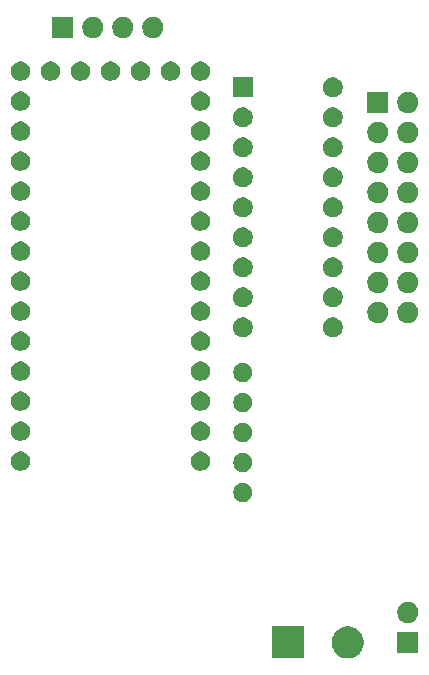
<source format=gbr>
G04 #@! TF.GenerationSoftware,KiCad,Pcbnew,(5.1.5)-3*
G04 #@! TF.CreationDate,2020-04-05T22:09:58+02:00*
G04 #@! TF.ProjectId,DrSquigglesController,44725371-7569-4676-976c-6573436f6e74,rev?*
G04 #@! TF.SameCoordinates,Original*
G04 #@! TF.FileFunction,Soldermask,Top*
G04 #@! TF.FilePolarity,Negative*
%FSLAX46Y46*%
G04 Gerber Fmt 4.6, Leading zero omitted, Abs format (unit mm)*
G04 Created by KiCad (PCBNEW (5.1.5)-3) date 2020-04-05 22:09:58*
%MOMM*%
%LPD*%
G04 APERTURE LIST*
%ADD10C,0.100000*%
G04 APERTURE END LIST*
D10*
G36*
X136284072Y-110460918D02*
G01*
X136529939Y-110562759D01*
X136751212Y-110710610D01*
X136939390Y-110898788D01*
X137087241Y-111120061D01*
X137189082Y-111365928D01*
X137241000Y-111626938D01*
X137241000Y-111893062D01*
X137189082Y-112154072D01*
X137087241Y-112399939D01*
X136939390Y-112621212D01*
X136751212Y-112809390D01*
X136529939Y-112957241D01*
X136529938Y-112957242D01*
X136529937Y-112957242D01*
X136284072Y-113059082D01*
X136023063Y-113111000D01*
X135756937Y-113111000D01*
X135495928Y-113059082D01*
X135250063Y-112957242D01*
X135250062Y-112957242D01*
X135250061Y-112957241D01*
X135028788Y-112809390D01*
X134840610Y-112621212D01*
X134692759Y-112399939D01*
X134590918Y-112154072D01*
X134539000Y-111893062D01*
X134539000Y-111626938D01*
X134590918Y-111365928D01*
X134692759Y-111120061D01*
X134840610Y-110898788D01*
X135028788Y-110710610D01*
X135250061Y-110562759D01*
X135495928Y-110460918D01*
X135756937Y-110409000D01*
X136023063Y-110409000D01*
X136284072Y-110460918D01*
G37*
G36*
X132161000Y-113111000D02*
G01*
X129459000Y-113111000D01*
X129459000Y-110409000D01*
X132161000Y-110409000D01*
X132161000Y-113111000D01*
G37*
G36*
X141871000Y-112661000D02*
G01*
X140069000Y-112661000D01*
X140069000Y-110859000D01*
X141871000Y-110859000D01*
X141871000Y-112661000D01*
G37*
G36*
X141083512Y-108323927D02*
G01*
X141232812Y-108353624D01*
X141396784Y-108421544D01*
X141544354Y-108520147D01*
X141669853Y-108645646D01*
X141768456Y-108793216D01*
X141836376Y-108957188D01*
X141871000Y-109131259D01*
X141871000Y-109308741D01*
X141836376Y-109482812D01*
X141768456Y-109646784D01*
X141669853Y-109794354D01*
X141544354Y-109919853D01*
X141396784Y-110018456D01*
X141232812Y-110086376D01*
X141083512Y-110116073D01*
X141058742Y-110121000D01*
X140881258Y-110121000D01*
X140856488Y-110116073D01*
X140707188Y-110086376D01*
X140543216Y-110018456D01*
X140395646Y-109919853D01*
X140270147Y-109794354D01*
X140171544Y-109646784D01*
X140103624Y-109482812D01*
X140069000Y-109308741D01*
X140069000Y-109131259D01*
X140103624Y-108957188D01*
X140171544Y-108793216D01*
X140270147Y-108645646D01*
X140395646Y-108520147D01*
X140543216Y-108421544D01*
X140707188Y-108353624D01*
X140856488Y-108323927D01*
X140881258Y-108319000D01*
X141058742Y-108319000D01*
X141083512Y-108323927D01*
G37*
G36*
X127237142Y-98278242D02*
G01*
X127385101Y-98339529D01*
X127518255Y-98428499D01*
X127631501Y-98541745D01*
X127720471Y-98674899D01*
X127781758Y-98822858D01*
X127813000Y-98979925D01*
X127813000Y-99140075D01*
X127781758Y-99297142D01*
X127720471Y-99445101D01*
X127631501Y-99578255D01*
X127518255Y-99691501D01*
X127385101Y-99780471D01*
X127237142Y-99841758D01*
X127080075Y-99873000D01*
X126919925Y-99873000D01*
X126762858Y-99841758D01*
X126614899Y-99780471D01*
X126481745Y-99691501D01*
X126368499Y-99578255D01*
X126279529Y-99445101D01*
X126218242Y-99297142D01*
X126187000Y-99140075D01*
X126187000Y-98979925D01*
X126218242Y-98822858D01*
X126279529Y-98674899D01*
X126368499Y-98541745D01*
X126481745Y-98428499D01*
X126614899Y-98339529D01*
X126762858Y-98278242D01*
X126919925Y-98247000D01*
X127080075Y-98247000D01*
X127237142Y-98278242D01*
G37*
G36*
X127237142Y-95738242D02*
G01*
X127385101Y-95799529D01*
X127518255Y-95888499D01*
X127631501Y-96001745D01*
X127720471Y-96134899D01*
X127781758Y-96282858D01*
X127813000Y-96439925D01*
X127813000Y-96600075D01*
X127781758Y-96757142D01*
X127720471Y-96905101D01*
X127631501Y-97038255D01*
X127518255Y-97151501D01*
X127385101Y-97240471D01*
X127237142Y-97301758D01*
X127080075Y-97333000D01*
X126919925Y-97333000D01*
X126762858Y-97301758D01*
X126614899Y-97240471D01*
X126481745Y-97151501D01*
X126368499Y-97038255D01*
X126279529Y-96905101D01*
X126218242Y-96757142D01*
X126187000Y-96600075D01*
X126187000Y-96439925D01*
X126218242Y-96282858D01*
X126279529Y-96134899D01*
X126368499Y-96001745D01*
X126481745Y-95888499D01*
X126614899Y-95799529D01*
X126762858Y-95738242D01*
X126919925Y-95707000D01*
X127080075Y-95707000D01*
X127237142Y-95738242D01*
G37*
G36*
X108414141Y-95625241D02*
G01*
X108562100Y-95686528D01*
X108695254Y-95775498D01*
X108808500Y-95888744D01*
X108897470Y-96021898D01*
X108958757Y-96169857D01*
X108989999Y-96326924D01*
X108989999Y-96487074D01*
X108958757Y-96644141D01*
X108897470Y-96792100D01*
X108808500Y-96925254D01*
X108695254Y-97038500D01*
X108562100Y-97127470D01*
X108414141Y-97188757D01*
X108257074Y-97219999D01*
X108096924Y-97219999D01*
X107939857Y-97188757D01*
X107791898Y-97127470D01*
X107658744Y-97038500D01*
X107545498Y-96925254D01*
X107456528Y-96792100D01*
X107395241Y-96644141D01*
X107363999Y-96487074D01*
X107363999Y-96326924D01*
X107395241Y-96169857D01*
X107456528Y-96021898D01*
X107545498Y-95888744D01*
X107658744Y-95775498D01*
X107791898Y-95686528D01*
X107939857Y-95625241D01*
X108096924Y-95593999D01*
X108257074Y-95593999D01*
X108414141Y-95625241D01*
G37*
G36*
X123654141Y-95625241D02*
G01*
X123802100Y-95686528D01*
X123935254Y-95775498D01*
X124048500Y-95888744D01*
X124137470Y-96021898D01*
X124198757Y-96169857D01*
X124229999Y-96326924D01*
X124229999Y-96487074D01*
X124198757Y-96644141D01*
X124137470Y-96792100D01*
X124048500Y-96925254D01*
X123935254Y-97038500D01*
X123802100Y-97127470D01*
X123654141Y-97188757D01*
X123497074Y-97219999D01*
X123336924Y-97219999D01*
X123179857Y-97188757D01*
X123031898Y-97127470D01*
X122898744Y-97038500D01*
X122785498Y-96925254D01*
X122696528Y-96792100D01*
X122635241Y-96644141D01*
X122603999Y-96487074D01*
X122603999Y-96326924D01*
X122635241Y-96169857D01*
X122696528Y-96021898D01*
X122785498Y-95888744D01*
X122898744Y-95775498D01*
X123031898Y-95686528D01*
X123179857Y-95625241D01*
X123336924Y-95593999D01*
X123497074Y-95593999D01*
X123654141Y-95625241D01*
G37*
G36*
X127237142Y-93198242D02*
G01*
X127385101Y-93259529D01*
X127518255Y-93348499D01*
X127631501Y-93461745D01*
X127720471Y-93594899D01*
X127781758Y-93742858D01*
X127813000Y-93899925D01*
X127813000Y-94060075D01*
X127781758Y-94217142D01*
X127720471Y-94365101D01*
X127631501Y-94498255D01*
X127518255Y-94611501D01*
X127385101Y-94700471D01*
X127237142Y-94761758D01*
X127080075Y-94793000D01*
X126919925Y-94793000D01*
X126762858Y-94761758D01*
X126614899Y-94700471D01*
X126481745Y-94611501D01*
X126368499Y-94498255D01*
X126279529Y-94365101D01*
X126218242Y-94217142D01*
X126187000Y-94060075D01*
X126187000Y-93899925D01*
X126218242Y-93742858D01*
X126279529Y-93594899D01*
X126368499Y-93461745D01*
X126481745Y-93348499D01*
X126614899Y-93259529D01*
X126762858Y-93198242D01*
X126919925Y-93167000D01*
X127080075Y-93167000D01*
X127237142Y-93198242D01*
G37*
G36*
X108414141Y-93085241D02*
G01*
X108562100Y-93146528D01*
X108695254Y-93235498D01*
X108808500Y-93348744D01*
X108897470Y-93481898D01*
X108958757Y-93629857D01*
X108989999Y-93786924D01*
X108989999Y-93947074D01*
X108958757Y-94104141D01*
X108897470Y-94252100D01*
X108808500Y-94385254D01*
X108695254Y-94498500D01*
X108562100Y-94587470D01*
X108414141Y-94648757D01*
X108257074Y-94679999D01*
X108096924Y-94679999D01*
X107939857Y-94648757D01*
X107791898Y-94587470D01*
X107658744Y-94498500D01*
X107545498Y-94385254D01*
X107456528Y-94252100D01*
X107395241Y-94104141D01*
X107363999Y-93947074D01*
X107363999Y-93786924D01*
X107395241Y-93629857D01*
X107456528Y-93481898D01*
X107545498Y-93348744D01*
X107658744Y-93235498D01*
X107791898Y-93146528D01*
X107939857Y-93085241D01*
X108096924Y-93053999D01*
X108257074Y-93053999D01*
X108414141Y-93085241D01*
G37*
G36*
X123654141Y-93085241D02*
G01*
X123802100Y-93146528D01*
X123935254Y-93235498D01*
X124048500Y-93348744D01*
X124137470Y-93481898D01*
X124198757Y-93629857D01*
X124229999Y-93786924D01*
X124229999Y-93947074D01*
X124198757Y-94104141D01*
X124137470Y-94252100D01*
X124048500Y-94385254D01*
X123935254Y-94498500D01*
X123802100Y-94587470D01*
X123654141Y-94648757D01*
X123497074Y-94679999D01*
X123336924Y-94679999D01*
X123179857Y-94648757D01*
X123031898Y-94587470D01*
X122898744Y-94498500D01*
X122785498Y-94385254D01*
X122696528Y-94252100D01*
X122635241Y-94104141D01*
X122603999Y-93947074D01*
X122603999Y-93786924D01*
X122635241Y-93629857D01*
X122696528Y-93481898D01*
X122785498Y-93348744D01*
X122898744Y-93235498D01*
X123031898Y-93146528D01*
X123179857Y-93085241D01*
X123336924Y-93053999D01*
X123497074Y-93053999D01*
X123654141Y-93085241D01*
G37*
G36*
X127237142Y-90658242D02*
G01*
X127385101Y-90719529D01*
X127518255Y-90808499D01*
X127631501Y-90921745D01*
X127720471Y-91054899D01*
X127781758Y-91202858D01*
X127813000Y-91359925D01*
X127813000Y-91520075D01*
X127781758Y-91677142D01*
X127720471Y-91825101D01*
X127631501Y-91958255D01*
X127518255Y-92071501D01*
X127385101Y-92160471D01*
X127237142Y-92221758D01*
X127080075Y-92253000D01*
X126919925Y-92253000D01*
X126762858Y-92221758D01*
X126614899Y-92160471D01*
X126481745Y-92071501D01*
X126368499Y-91958255D01*
X126279529Y-91825101D01*
X126218242Y-91677142D01*
X126187000Y-91520075D01*
X126187000Y-91359925D01*
X126218242Y-91202858D01*
X126279529Y-91054899D01*
X126368499Y-90921745D01*
X126481745Y-90808499D01*
X126614899Y-90719529D01*
X126762858Y-90658242D01*
X126919925Y-90627000D01*
X127080075Y-90627000D01*
X127237142Y-90658242D01*
G37*
G36*
X123654141Y-90545241D02*
G01*
X123802100Y-90606528D01*
X123935254Y-90695498D01*
X124048500Y-90808744D01*
X124137470Y-90941898D01*
X124198757Y-91089857D01*
X124229999Y-91246924D01*
X124229999Y-91407074D01*
X124198757Y-91564141D01*
X124137470Y-91712100D01*
X124048500Y-91845254D01*
X123935254Y-91958500D01*
X123802100Y-92047470D01*
X123654141Y-92108757D01*
X123497074Y-92139999D01*
X123336924Y-92139999D01*
X123179857Y-92108757D01*
X123031898Y-92047470D01*
X122898744Y-91958500D01*
X122785498Y-91845254D01*
X122696528Y-91712100D01*
X122635241Y-91564141D01*
X122603999Y-91407074D01*
X122603999Y-91246924D01*
X122635241Y-91089857D01*
X122696528Y-90941898D01*
X122785498Y-90808744D01*
X122898744Y-90695498D01*
X123031898Y-90606528D01*
X123179857Y-90545241D01*
X123336924Y-90513999D01*
X123497074Y-90513999D01*
X123654141Y-90545241D01*
G37*
G36*
X108414141Y-90545241D02*
G01*
X108562100Y-90606528D01*
X108695254Y-90695498D01*
X108808500Y-90808744D01*
X108897470Y-90941898D01*
X108958757Y-91089857D01*
X108989999Y-91246924D01*
X108989999Y-91407074D01*
X108958757Y-91564141D01*
X108897470Y-91712100D01*
X108808500Y-91845254D01*
X108695254Y-91958500D01*
X108562100Y-92047470D01*
X108414141Y-92108757D01*
X108257074Y-92139999D01*
X108096924Y-92139999D01*
X107939857Y-92108757D01*
X107791898Y-92047470D01*
X107658744Y-91958500D01*
X107545498Y-91845254D01*
X107456528Y-91712100D01*
X107395241Y-91564141D01*
X107363999Y-91407074D01*
X107363999Y-91246924D01*
X107395241Y-91089857D01*
X107456528Y-90941898D01*
X107545498Y-90808744D01*
X107658744Y-90695498D01*
X107791898Y-90606528D01*
X107939857Y-90545241D01*
X108096924Y-90513999D01*
X108257074Y-90513999D01*
X108414141Y-90545241D01*
G37*
G36*
X127237142Y-88118242D02*
G01*
X127385101Y-88179529D01*
X127518255Y-88268499D01*
X127631501Y-88381745D01*
X127720471Y-88514899D01*
X127781758Y-88662858D01*
X127813000Y-88819925D01*
X127813000Y-88980075D01*
X127781758Y-89137142D01*
X127720471Y-89285101D01*
X127631501Y-89418255D01*
X127518255Y-89531501D01*
X127385101Y-89620471D01*
X127237142Y-89681758D01*
X127080075Y-89713000D01*
X126919925Y-89713000D01*
X126762858Y-89681758D01*
X126614899Y-89620471D01*
X126481745Y-89531501D01*
X126368499Y-89418255D01*
X126279529Y-89285101D01*
X126218242Y-89137142D01*
X126187000Y-88980075D01*
X126187000Y-88819925D01*
X126218242Y-88662858D01*
X126279529Y-88514899D01*
X126368499Y-88381745D01*
X126481745Y-88268499D01*
X126614899Y-88179529D01*
X126762858Y-88118242D01*
X126919925Y-88087000D01*
X127080075Y-88087000D01*
X127237142Y-88118242D01*
G37*
G36*
X123654141Y-88005241D02*
G01*
X123802100Y-88066528D01*
X123935254Y-88155498D01*
X124048500Y-88268744D01*
X124137470Y-88401898D01*
X124198757Y-88549857D01*
X124229999Y-88706924D01*
X124229999Y-88867074D01*
X124198757Y-89024141D01*
X124137470Y-89172100D01*
X124048500Y-89305254D01*
X123935254Y-89418500D01*
X123802100Y-89507470D01*
X123654141Y-89568757D01*
X123497074Y-89599999D01*
X123336924Y-89599999D01*
X123179857Y-89568757D01*
X123031898Y-89507470D01*
X122898744Y-89418500D01*
X122785498Y-89305254D01*
X122696528Y-89172100D01*
X122635241Y-89024141D01*
X122603999Y-88867074D01*
X122603999Y-88706924D01*
X122635241Y-88549857D01*
X122696528Y-88401898D01*
X122785498Y-88268744D01*
X122898744Y-88155498D01*
X123031898Y-88066528D01*
X123179857Y-88005241D01*
X123336924Y-87973999D01*
X123497074Y-87973999D01*
X123654141Y-88005241D01*
G37*
G36*
X108414141Y-88005241D02*
G01*
X108562100Y-88066528D01*
X108695254Y-88155498D01*
X108808500Y-88268744D01*
X108897470Y-88401898D01*
X108958757Y-88549857D01*
X108989999Y-88706924D01*
X108989999Y-88867074D01*
X108958757Y-89024141D01*
X108897470Y-89172100D01*
X108808500Y-89305254D01*
X108695254Y-89418500D01*
X108562100Y-89507470D01*
X108414141Y-89568757D01*
X108257074Y-89599999D01*
X108096924Y-89599999D01*
X107939857Y-89568757D01*
X107791898Y-89507470D01*
X107658744Y-89418500D01*
X107545498Y-89305254D01*
X107456528Y-89172100D01*
X107395241Y-89024141D01*
X107363999Y-88867074D01*
X107363999Y-88706924D01*
X107395241Y-88549857D01*
X107456528Y-88401898D01*
X107545498Y-88268744D01*
X107658744Y-88155498D01*
X107791898Y-88066528D01*
X107939857Y-88005241D01*
X108096924Y-87973999D01*
X108257074Y-87973999D01*
X108414141Y-88005241D01*
G37*
G36*
X123654141Y-85465241D02*
G01*
X123802100Y-85526528D01*
X123935254Y-85615498D01*
X124048500Y-85728744D01*
X124137470Y-85861898D01*
X124198757Y-86009857D01*
X124229999Y-86166924D01*
X124229999Y-86327074D01*
X124198757Y-86484141D01*
X124137470Y-86632100D01*
X124048500Y-86765254D01*
X123935254Y-86878500D01*
X123802100Y-86967470D01*
X123654141Y-87028757D01*
X123497074Y-87059999D01*
X123336924Y-87059999D01*
X123179857Y-87028757D01*
X123031898Y-86967470D01*
X122898744Y-86878500D01*
X122785498Y-86765254D01*
X122696528Y-86632100D01*
X122635241Y-86484141D01*
X122603999Y-86327074D01*
X122603999Y-86166924D01*
X122635241Y-86009857D01*
X122696528Y-85861898D01*
X122785498Y-85728744D01*
X122898744Y-85615498D01*
X123031898Y-85526528D01*
X123179857Y-85465241D01*
X123336924Y-85433999D01*
X123497074Y-85433999D01*
X123654141Y-85465241D01*
G37*
G36*
X108414141Y-85465241D02*
G01*
X108562100Y-85526528D01*
X108695254Y-85615498D01*
X108808500Y-85728744D01*
X108897470Y-85861898D01*
X108958757Y-86009857D01*
X108989999Y-86166924D01*
X108989999Y-86327074D01*
X108958757Y-86484141D01*
X108897470Y-86632100D01*
X108808500Y-86765254D01*
X108695254Y-86878500D01*
X108562100Y-86967470D01*
X108414141Y-87028757D01*
X108257074Y-87059999D01*
X108096924Y-87059999D01*
X107939857Y-87028757D01*
X107791898Y-86967470D01*
X107658744Y-86878500D01*
X107545498Y-86765254D01*
X107456528Y-86632100D01*
X107395241Y-86484141D01*
X107363999Y-86327074D01*
X107363999Y-86166924D01*
X107395241Y-86009857D01*
X107456528Y-85861898D01*
X107545498Y-85728744D01*
X107658744Y-85615498D01*
X107791898Y-85526528D01*
X107939857Y-85465241D01*
X108096924Y-85433999D01*
X108257074Y-85433999D01*
X108414141Y-85465241D01*
G37*
G36*
X134868228Y-84271703D02*
G01*
X135023100Y-84335853D01*
X135162481Y-84428985D01*
X135281015Y-84547519D01*
X135374147Y-84686900D01*
X135438297Y-84841772D01*
X135471000Y-85006184D01*
X135471000Y-85173816D01*
X135438297Y-85338228D01*
X135374147Y-85493100D01*
X135281015Y-85632481D01*
X135162481Y-85751015D01*
X135023100Y-85844147D01*
X134868228Y-85908297D01*
X134703816Y-85941000D01*
X134536184Y-85941000D01*
X134371772Y-85908297D01*
X134216900Y-85844147D01*
X134077519Y-85751015D01*
X133958985Y-85632481D01*
X133865853Y-85493100D01*
X133801703Y-85338228D01*
X133769000Y-85173816D01*
X133769000Y-85006184D01*
X133801703Y-84841772D01*
X133865853Y-84686900D01*
X133958985Y-84547519D01*
X134077519Y-84428985D01*
X134216900Y-84335853D01*
X134371772Y-84271703D01*
X134536184Y-84239000D01*
X134703816Y-84239000D01*
X134868228Y-84271703D01*
G37*
G36*
X127248228Y-84271703D02*
G01*
X127403100Y-84335853D01*
X127542481Y-84428985D01*
X127661015Y-84547519D01*
X127754147Y-84686900D01*
X127818297Y-84841772D01*
X127851000Y-85006184D01*
X127851000Y-85173816D01*
X127818297Y-85338228D01*
X127754147Y-85493100D01*
X127661015Y-85632481D01*
X127542481Y-85751015D01*
X127403100Y-85844147D01*
X127248228Y-85908297D01*
X127083816Y-85941000D01*
X126916184Y-85941000D01*
X126751772Y-85908297D01*
X126596900Y-85844147D01*
X126457519Y-85751015D01*
X126338985Y-85632481D01*
X126245853Y-85493100D01*
X126181703Y-85338228D01*
X126149000Y-85173816D01*
X126149000Y-85006184D01*
X126181703Y-84841772D01*
X126245853Y-84686900D01*
X126338985Y-84547519D01*
X126457519Y-84428985D01*
X126596900Y-84335853D01*
X126751772Y-84271703D01*
X126916184Y-84239000D01*
X127083816Y-84239000D01*
X127248228Y-84271703D01*
G37*
G36*
X138543512Y-82923927D02*
G01*
X138692812Y-82953624D01*
X138856784Y-83021544D01*
X139004354Y-83120147D01*
X139129853Y-83245646D01*
X139228456Y-83393216D01*
X139296376Y-83557188D01*
X139331000Y-83731259D01*
X139331000Y-83908741D01*
X139296376Y-84082812D01*
X139228456Y-84246784D01*
X139129853Y-84394354D01*
X139004354Y-84519853D01*
X138856784Y-84618456D01*
X138692812Y-84686376D01*
X138543512Y-84716073D01*
X138518742Y-84721000D01*
X138341258Y-84721000D01*
X138316488Y-84716073D01*
X138167188Y-84686376D01*
X138003216Y-84618456D01*
X137855646Y-84519853D01*
X137730147Y-84394354D01*
X137631544Y-84246784D01*
X137563624Y-84082812D01*
X137529000Y-83908741D01*
X137529000Y-83731259D01*
X137563624Y-83557188D01*
X137631544Y-83393216D01*
X137730147Y-83245646D01*
X137855646Y-83120147D01*
X138003216Y-83021544D01*
X138167188Y-82953624D01*
X138316488Y-82923927D01*
X138341258Y-82919000D01*
X138518742Y-82919000D01*
X138543512Y-82923927D01*
G37*
G36*
X141083512Y-82923927D02*
G01*
X141232812Y-82953624D01*
X141396784Y-83021544D01*
X141544354Y-83120147D01*
X141669853Y-83245646D01*
X141768456Y-83393216D01*
X141836376Y-83557188D01*
X141871000Y-83731259D01*
X141871000Y-83908741D01*
X141836376Y-84082812D01*
X141768456Y-84246784D01*
X141669853Y-84394354D01*
X141544354Y-84519853D01*
X141396784Y-84618456D01*
X141232812Y-84686376D01*
X141083512Y-84716073D01*
X141058742Y-84721000D01*
X140881258Y-84721000D01*
X140856488Y-84716073D01*
X140707188Y-84686376D01*
X140543216Y-84618456D01*
X140395646Y-84519853D01*
X140270147Y-84394354D01*
X140171544Y-84246784D01*
X140103624Y-84082812D01*
X140069000Y-83908741D01*
X140069000Y-83731259D01*
X140103624Y-83557188D01*
X140171544Y-83393216D01*
X140270147Y-83245646D01*
X140395646Y-83120147D01*
X140543216Y-83021544D01*
X140707188Y-82953624D01*
X140856488Y-82923927D01*
X140881258Y-82919000D01*
X141058742Y-82919000D01*
X141083512Y-82923927D01*
G37*
G36*
X123654141Y-82925241D02*
G01*
X123802100Y-82986528D01*
X123935254Y-83075498D01*
X124048500Y-83188744D01*
X124137470Y-83321898D01*
X124198757Y-83469857D01*
X124229999Y-83626924D01*
X124229999Y-83787074D01*
X124198757Y-83944141D01*
X124137470Y-84092100D01*
X124048500Y-84225254D01*
X123935254Y-84338500D01*
X123802100Y-84427470D01*
X123654141Y-84488757D01*
X123497074Y-84519999D01*
X123336924Y-84519999D01*
X123179857Y-84488757D01*
X123031898Y-84427470D01*
X122898744Y-84338500D01*
X122785498Y-84225254D01*
X122696528Y-84092100D01*
X122635241Y-83944141D01*
X122603999Y-83787074D01*
X122603999Y-83626924D01*
X122635241Y-83469857D01*
X122696528Y-83321898D01*
X122785498Y-83188744D01*
X122898744Y-83075498D01*
X123031898Y-82986528D01*
X123179857Y-82925241D01*
X123336924Y-82893999D01*
X123497074Y-82893999D01*
X123654141Y-82925241D01*
G37*
G36*
X108414141Y-82925241D02*
G01*
X108562100Y-82986528D01*
X108695254Y-83075498D01*
X108808500Y-83188744D01*
X108897470Y-83321898D01*
X108958757Y-83469857D01*
X108989999Y-83626924D01*
X108989999Y-83787074D01*
X108958757Y-83944141D01*
X108897470Y-84092100D01*
X108808500Y-84225254D01*
X108695254Y-84338500D01*
X108562100Y-84427470D01*
X108414141Y-84488757D01*
X108257074Y-84519999D01*
X108096924Y-84519999D01*
X107939857Y-84488757D01*
X107791898Y-84427470D01*
X107658744Y-84338500D01*
X107545498Y-84225254D01*
X107456528Y-84092100D01*
X107395241Y-83944141D01*
X107363999Y-83787074D01*
X107363999Y-83626924D01*
X107395241Y-83469857D01*
X107456528Y-83321898D01*
X107545498Y-83188744D01*
X107658744Y-83075498D01*
X107791898Y-82986528D01*
X107939857Y-82925241D01*
X108096924Y-82893999D01*
X108257074Y-82893999D01*
X108414141Y-82925241D01*
G37*
G36*
X134868228Y-81731703D02*
G01*
X135023100Y-81795853D01*
X135162481Y-81888985D01*
X135281015Y-82007519D01*
X135374147Y-82146900D01*
X135438297Y-82301772D01*
X135471000Y-82466184D01*
X135471000Y-82633816D01*
X135438297Y-82798228D01*
X135374147Y-82953100D01*
X135281015Y-83092481D01*
X135162481Y-83211015D01*
X135023100Y-83304147D01*
X134868228Y-83368297D01*
X134703816Y-83401000D01*
X134536184Y-83401000D01*
X134371772Y-83368297D01*
X134216900Y-83304147D01*
X134077519Y-83211015D01*
X133958985Y-83092481D01*
X133865853Y-82953100D01*
X133801703Y-82798228D01*
X133769000Y-82633816D01*
X133769000Y-82466184D01*
X133801703Y-82301772D01*
X133865853Y-82146900D01*
X133958985Y-82007519D01*
X134077519Y-81888985D01*
X134216900Y-81795853D01*
X134371772Y-81731703D01*
X134536184Y-81699000D01*
X134703816Y-81699000D01*
X134868228Y-81731703D01*
G37*
G36*
X127248228Y-81731703D02*
G01*
X127403100Y-81795853D01*
X127542481Y-81888985D01*
X127661015Y-82007519D01*
X127754147Y-82146900D01*
X127818297Y-82301772D01*
X127851000Y-82466184D01*
X127851000Y-82633816D01*
X127818297Y-82798228D01*
X127754147Y-82953100D01*
X127661015Y-83092481D01*
X127542481Y-83211015D01*
X127403100Y-83304147D01*
X127248228Y-83368297D01*
X127083816Y-83401000D01*
X126916184Y-83401000D01*
X126751772Y-83368297D01*
X126596900Y-83304147D01*
X126457519Y-83211015D01*
X126338985Y-83092481D01*
X126245853Y-82953100D01*
X126181703Y-82798228D01*
X126149000Y-82633816D01*
X126149000Y-82466184D01*
X126181703Y-82301772D01*
X126245853Y-82146900D01*
X126338985Y-82007519D01*
X126457519Y-81888985D01*
X126596900Y-81795853D01*
X126751772Y-81731703D01*
X126916184Y-81699000D01*
X127083816Y-81699000D01*
X127248228Y-81731703D01*
G37*
G36*
X141083512Y-80383927D02*
G01*
X141232812Y-80413624D01*
X141396784Y-80481544D01*
X141544354Y-80580147D01*
X141669853Y-80705646D01*
X141768456Y-80853216D01*
X141836376Y-81017188D01*
X141871000Y-81191259D01*
X141871000Y-81368741D01*
X141836376Y-81542812D01*
X141768456Y-81706784D01*
X141669853Y-81854354D01*
X141544354Y-81979853D01*
X141396784Y-82078456D01*
X141232812Y-82146376D01*
X141083512Y-82176073D01*
X141058742Y-82181000D01*
X140881258Y-82181000D01*
X140856488Y-82176073D01*
X140707188Y-82146376D01*
X140543216Y-82078456D01*
X140395646Y-81979853D01*
X140270147Y-81854354D01*
X140171544Y-81706784D01*
X140103624Y-81542812D01*
X140069000Y-81368741D01*
X140069000Y-81191259D01*
X140103624Y-81017188D01*
X140171544Y-80853216D01*
X140270147Y-80705646D01*
X140395646Y-80580147D01*
X140543216Y-80481544D01*
X140707188Y-80413624D01*
X140856488Y-80383927D01*
X140881258Y-80379000D01*
X141058742Y-80379000D01*
X141083512Y-80383927D01*
G37*
G36*
X138543512Y-80383927D02*
G01*
X138692812Y-80413624D01*
X138856784Y-80481544D01*
X139004354Y-80580147D01*
X139129853Y-80705646D01*
X139228456Y-80853216D01*
X139296376Y-81017188D01*
X139331000Y-81191259D01*
X139331000Y-81368741D01*
X139296376Y-81542812D01*
X139228456Y-81706784D01*
X139129853Y-81854354D01*
X139004354Y-81979853D01*
X138856784Y-82078456D01*
X138692812Y-82146376D01*
X138543512Y-82176073D01*
X138518742Y-82181000D01*
X138341258Y-82181000D01*
X138316488Y-82176073D01*
X138167188Y-82146376D01*
X138003216Y-82078456D01*
X137855646Y-81979853D01*
X137730147Y-81854354D01*
X137631544Y-81706784D01*
X137563624Y-81542812D01*
X137529000Y-81368741D01*
X137529000Y-81191259D01*
X137563624Y-81017188D01*
X137631544Y-80853216D01*
X137730147Y-80705646D01*
X137855646Y-80580147D01*
X138003216Y-80481544D01*
X138167188Y-80413624D01*
X138316488Y-80383927D01*
X138341258Y-80379000D01*
X138518742Y-80379000D01*
X138543512Y-80383927D01*
G37*
G36*
X123654141Y-80385241D02*
G01*
X123802100Y-80446528D01*
X123935254Y-80535498D01*
X124048500Y-80648744D01*
X124137470Y-80781898D01*
X124198757Y-80929857D01*
X124229999Y-81086924D01*
X124229999Y-81247074D01*
X124198757Y-81404141D01*
X124137470Y-81552100D01*
X124048500Y-81685254D01*
X123935254Y-81798500D01*
X123802100Y-81887470D01*
X123654141Y-81948757D01*
X123497074Y-81979999D01*
X123336924Y-81979999D01*
X123179857Y-81948757D01*
X123031898Y-81887470D01*
X122898744Y-81798500D01*
X122785498Y-81685254D01*
X122696528Y-81552100D01*
X122635241Y-81404141D01*
X122603999Y-81247074D01*
X122603999Y-81086924D01*
X122635241Y-80929857D01*
X122696528Y-80781898D01*
X122785498Y-80648744D01*
X122898744Y-80535498D01*
X123031898Y-80446528D01*
X123179857Y-80385241D01*
X123336924Y-80353999D01*
X123497074Y-80353999D01*
X123654141Y-80385241D01*
G37*
G36*
X108414141Y-80385241D02*
G01*
X108562100Y-80446528D01*
X108695254Y-80535498D01*
X108808500Y-80648744D01*
X108897470Y-80781898D01*
X108958757Y-80929857D01*
X108989999Y-81086924D01*
X108989999Y-81247074D01*
X108958757Y-81404141D01*
X108897470Y-81552100D01*
X108808500Y-81685254D01*
X108695254Y-81798500D01*
X108562100Y-81887470D01*
X108414141Y-81948757D01*
X108257074Y-81979999D01*
X108096924Y-81979999D01*
X107939857Y-81948757D01*
X107791898Y-81887470D01*
X107658744Y-81798500D01*
X107545498Y-81685254D01*
X107456528Y-81552100D01*
X107395241Y-81404141D01*
X107363999Y-81247074D01*
X107363999Y-81086924D01*
X107395241Y-80929857D01*
X107456528Y-80781898D01*
X107545498Y-80648744D01*
X107658744Y-80535498D01*
X107791898Y-80446528D01*
X107939857Y-80385241D01*
X108096924Y-80353999D01*
X108257074Y-80353999D01*
X108414141Y-80385241D01*
G37*
G36*
X127248228Y-79191703D02*
G01*
X127403100Y-79255853D01*
X127542481Y-79348985D01*
X127661015Y-79467519D01*
X127754147Y-79606900D01*
X127818297Y-79761772D01*
X127851000Y-79926184D01*
X127851000Y-80093816D01*
X127818297Y-80258228D01*
X127754147Y-80413100D01*
X127661015Y-80552481D01*
X127542481Y-80671015D01*
X127403100Y-80764147D01*
X127248228Y-80828297D01*
X127083816Y-80861000D01*
X126916184Y-80861000D01*
X126751772Y-80828297D01*
X126596900Y-80764147D01*
X126457519Y-80671015D01*
X126338985Y-80552481D01*
X126245853Y-80413100D01*
X126181703Y-80258228D01*
X126149000Y-80093816D01*
X126149000Y-79926184D01*
X126181703Y-79761772D01*
X126245853Y-79606900D01*
X126338985Y-79467519D01*
X126457519Y-79348985D01*
X126596900Y-79255853D01*
X126751772Y-79191703D01*
X126916184Y-79159000D01*
X127083816Y-79159000D01*
X127248228Y-79191703D01*
G37*
G36*
X134868228Y-79191703D02*
G01*
X135023100Y-79255853D01*
X135162481Y-79348985D01*
X135281015Y-79467519D01*
X135374147Y-79606900D01*
X135438297Y-79761772D01*
X135471000Y-79926184D01*
X135471000Y-80093816D01*
X135438297Y-80258228D01*
X135374147Y-80413100D01*
X135281015Y-80552481D01*
X135162481Y-80671015D01*
X135023100Y-80764147D01*
X134868228Y-80828297D01*
X134703816Y-80861000D01*
X134536184Y-80861000D01*
X134371772Y-80828297D01*
X134216900Y-80764147D01*
X134077519Y-80671015D01*
X133958985Y-80552481D01*
X133865853Y-80413100D01*
X133801703Y-80258228D01*
X133769000Y-80093816D01*
X133769000Y-79926184D01*
X133801703Y-79761772D01*
X133865853Y-79606900D01*
X133958985Y-79467519D01*
X134077519Y-79348985D01*
X134216900Y-79255853D01*
X134371772Y-79191703D01*
X134536184Y-79159000D01*
X134703816Y-79159000D01*
X134868228Y-79191703D01*
G37*
G36*
X141083512Y-77843927D02*
G01*
X141232812Y-77873624D01*
X141396784Y-77941544D01*
X141544354Y-78040147D01*
X141669853Y-78165646D01*
X141768456Y-78313216D01*
X141836376Y-78477188D01*
X141871000Y-78651259D01*
X141871000Y-78828741D01*
X141836376Y-79002812D01*
X141768456Y-79166784D01*
X141669853Y-79314354D01*
X141544354Y-79439853D01*
X141396784Y-79538456D01*
X141232812Y-79606376D01*
X141083512Y-79636073D01*
X141058742Y-79641000D01*
X140881258Y-79641000D01*
X140856488Y-79636073D01*
X140707188Y-79606376D01*
X140543216Y-79538456D01*
X140395646Y-79439853D01*
X140270147Y-79314354D01*
X140171544Y-79166784D01*
X140103624Y-79002812D01*
X140069000Y-78828741D01*
X140069000Y-78651259D01*
X140103624Y-78477188D01*
X140171544Y-78313216D01*
X140270147Y-78165646D01*
X140395646Y-78040147D01*
X140543216Y-77941544D01*
X140707188Y-77873624D01*
X140856488Y-77843927D01*
X140881258Y-77839000D01*
X141058742Y-77839000D01*
X141083512Y-77843927D01*
G37*
G36*
X138543512Y-77843927D02*
G01*
X138692812Y-77873624D01*
X138856784Y-77941544D01*
X139004354Y-78040147D01*
X139129853Y-78165646D01*
X139228456Y-78313216D01*
X139296376Y-78477188D01*
X139331000Y-78651259D01*
X139331000Y-78828741D01*
X139296376Y-79002812D01*
X139228456Y-79166784D01*
X139129853Y-79314354D01*
X139004354Y-79439853D01*
X138856784Y-79538456D01*
X138692812Y-79606376D01*
X138543512Y-79636073D01*
X138518742Y-79641000D01*
X138341258Y-79641000D01*
X138316488Y-79636073D01*
X138167188Y-79606376D01*
X138003216Y-79538456D01*
X137855646Y-79439853D01*
X137730147Y-79314354D01*
X137631544Y-79166784D01*
X137563624Y-79002812D01*
X137529000Y-78828741D01*
X137529000Y-78651259D01*
X137563624Y-78477188D01*
X137631544Y-78313216D01*
X137730147Y-78165646D01*
X137855646Y-78040147D01*
X138003216Y-77941544D01*
X138167188Y-77873624D01*
X138316488Y-77843927D01*
X138341258Y-77839000D01*
X138518742Y-77839000D01*
X138543512Y-77843927D01*
G37*
G36*
X123654141Y-77845241D02*
G01*
X123802100Y-77906528D01*
X123935254Y-77995498D01*
X124048500Y-78108744D01*
X124137470Y-78241898D01*
X124198757Y-78389857D01*
X124229999Y-78546924D01*
X124229999Y-78707074D01*
X124198757Y-78864141D01*
X124137470Y-79012100D01*
X124048500Y-79145254D01*
X123935254Y-79258500D01*
X123802100Y-79347470D01*
X123654141Y-79408757D01*
X123497074Y-79439999D01*
X123336924Y-79439999D01*
X123179857Y-79408757D01*
X123031898Y-79347470D01*
X122898744Y-79258500D01*
X122785498Y-79145254D01*
X122696528Y-79012100D01*
X122635241Y-78864141D01*
X122603999Y-78707074D01*
X122603999Y-78546924D01*
X122635241Y-78389857D01*
X122696528Y-78241898D01*
X122785498Y-78108744D01*
X122898744Y-77995498D01*
X123031898Y-77906528D01*
X123179857Y-77845241D01*
X123336924Y-77813999D01*
X123497074Y-77813999D01*
X123654141Y-77845241D01*
G37*
G36*
X108414141Y-77845241D02*
G01*
X108562100Y-77906528D01*
X108695254Y-77995498D01*
X108808500Y-78108744D01*
X108897470Y-78241898D01*
X108958757Y-78389857D01*
X108989999Y-78546924D01*
X108989999Y-78707074D01*
X108958757Y-78864141D01*
X108897470Y-79012100D01*
X108808500Y-79145254D01*
X108695254Y-79258500D01*
X108562100Y-79347470D01*
X108414141Y-79408757D01*
X108257074Y-79439999D01*
X108096924Y-79439999D01*
X107939857Y-79408757D01*
X107791898Y-79347470D01*
X107658744Y-79258500D01*
X107545498Y-79145254D01*
X107456528Y-79012100D01*
X107395241Y-78864141D01*
X107363999Y-78707074D01*
X107363999Y-78546924D01*
X107395241Y-78389857D01*
X107456528Y-78241898D01*
X107545498Y-78108744D01*
X107658744Y-77995498D01*
X107791898Y-77906528D01*
X107939857Y-77845241D01*
X108096924Y-77813999D01*
X108257074Y-77813999D01*
X108414141Y-77845241D01*
G37*
G36*
X134868228Y-76651703D02*
G01*
X135023100Y-76715853D01*
X135162481Y-76808985D01*
X135281015Y-76927519D01*
X135374147Y-77066900D01*
X135438297Y-77221772D01*
X135471000Y-77386184D01*
X135471000Y-77553816D01*
X135438297Y-77718228D01*
X135374147Y-77873100D01*
X135281015Y-78012481D01*
X135162481Y-78131015D01*
X135023100Y-78224147D01*
X134868228Y-78288297D01*
X134703816Y-78321000D01*
X134536184Y-78321000D01*
X134371772Y-78288297D01*
X134216900Y-78224147D01*
X134077519Y-78131015D01*
X133958985Y-78012481D01*
X133865853Y-77873100D01*
X133801703Y-77718228D01*
X133769000Y-77553816D01*
X133769000Y-77386184D01*
X133801703Y-77221772D01*
X133865853Y-77066900D01*
X133958985Y-76927519D01*
X134077519Y-76808985D01*
X134216900Y-76715853D01*
X134371772Y-76651703D01*
X134536184Y-76619000D01*
X134703816Y-76619000D01*
X134868228Y-76651703D01*
G37*
G36*
X127248228Y-76651703D02*
G01*
X127403100Y-76715853D01*
X127542481Y-76808985D01*
X127661015Y-76927519D01*
X127754147Y-77066900D01*
X127818297Y-77221772D01*
X127851000Y-77386184D01*
X127851000Y-77553816D01*
X127818297Y-77718228D01*
X127754147Y-77873100D01*
X127661015Y-78012481D01*
X127542481Y-78131015D01*
X127403100Y-78224147D01*
X127248228Y-78288297D01*
X127083816Y-78321000D01*
X126916184Y-78321000D01*
X126751772Y-78288297D01*
X126596900Y-78224147D01*
X126457519Y-78131015D01*
X126338985Y-78012481D01*
X126245853Y-77873100D01*
X126181703Y-77718228D01*
X126149000Y-77553816D01*
X126149000Y-77386184D01*
X126181703Y-77221772D01*
X126245853Y-77066900D01*
X126338985Y-76927519D01*
X126457519Y-76808985D01*
X126596900Y-76715853D01*
X126751772Y-76651703D01*
X126916184Y-76619000D01*
X127083816Y-76619000D01*
X127248228Y-76651703D01*
G37*
G36*
X141083512Y-75303927D02*
G01*
X141232812Y-75333624D01*
X141396784Y-75401544D01*
X141544354Y-75500147D01*
X141669853Y-75625646D01*
X141768456Y-75773216D01*
X141836376Y-75937188D01*
X141871000Y-76111259D01*
X141871000Y-76288741D01*
X141836376Y-76462812D01*
X141768456Y-76626784D01*
X141669853Y-76774354D01*
X141544354Y-76899853D01*
X141396784Y-76998456D01*
X141232812Y-77066376D01*
X141083512Y-77096073D01*
X141058742Y-77101000D01*
X140881258Y-77101000D01*
X140856488Y-77096073D01*
X140707188Y-77066376D01*
X140543216Y-76998456D01*
X140395646Y-76899853D01*
X140270147Y-76774354D01*
X140171544Y-76626784D01*
X140103624Y-76462812D01*
X140069000Y-76288741D01*
X140069000Y-76111259D01*
X140103624Y-75937188D01*
X140171544Y-75773216D01*
X140270147Y-75625646D01*
X140395646Y-75500147D01*
X140543216Y-75401544D01*
X140707188Y-75333624D01*
X140856488Y-75303927D01*
X140881258Y-75299000D01*
X141058742Y-75299000D01*
X141083512Y-75303927D01*
G37*
G36*
X138543512Y-75303927D02*
G01*
X138692812Y-75333624D01*
X138856784Y-75401544D01*
X139004354Y-75500147D01*
X139129853Y-75625646D01*
X139228456Y-75773216D01*
X139296376Y-75937188D01*
X139331000Y-76111259D01*
X139331000Y-76288741D01*
X139296376Y-76462812D01*
X139228456Y-76626784D01*
X139129853Y-76774354D01*
X139004354Y-76899853D01*
X138856784Y-76998456D01*
X138692812Y-77066376D01*
X138543512Y-77096073D01*
X138518742Y-77101000D01*
X138341258Y-77101000D01*
X138316488Y-77096073D01*
X138167188Y-77066376D01*
X138003216Y-76998456D01*
X137855646Y-76899853D01*
X137730147Y-76774354D01*
X137631544Y-76626784D01*
X137563624Y-76462812D01*
X137529000Y-76288741D01*
X137529000Y-76111259D01*
X137563624Y-75937188D01*
X137631544Y-75773216D01*
X137730147Y-75625646D01*
X137855646Y-75500147D01*
X138003216Y-75401544D01*
X138167188Y-75333624D01*
X138316488Y-75303927D01*
X138341258Y-75299000D01*
X138518742Y-75299000D01*
X138543512Y-75303927D01*
G37*
G36*
X108414141Y-75305241D02*
G01*
X108562100Y-75366528D01*
X108695254Y-75455498D01*
X108808500Y-75568744D01*
X108897470Y-75701898D01*
X108958757Y-75849857D01*
X108989999Y-76006924D01*
X108989999Y-76167074D01*
X108958757Y-76324141D01*
X108897470Y-76472100D01*
X108808500Y-76605254D01*
X108695254Y-76718500D01*
X108562100Y-76807470D01*
X108414141Y-76868757D01*
X108257074Y-76899999D01*
X108096924Y-76899999D01*
X107939857Y-76868757D01*
X107791898Y-76807470D01*
X107658744Y-76718500D01*
X107545498Y-76605254D01*
X107456528Y-76472100D01*
X107395241Y-76324141D01*
X107363999Y-76167074D01*
X107363999Y-76006924D01*
X107395241Y-75849857D01*
X107456528Y-75701898D01*
X107545498Y-75568744D01*
X107658744Y-75455498D01*
X107791898Y-75366528D01*
X107939857Y-75305241D01*
X108096924Y-75273999D01*
X108257074Y-75273999D01*
X108414141Y-75305241D01*
G37*
G36*
X123654141Y-75305241D02*
G01*
X123802100Y-75366528D01*
X123935254Y-75455498D01*
X124048500Y-75568744D01*
X124137470Y-75701898D01*
X124198757Y-75849857D01*
X124229999Y-76006924D01*
X124229999Y-76167074D01*
X124198757Y-76324141D01*
X124137470Y-76472100D01*
X124048500Y-76605254D01*
X123935254Y-76718500D01*
X123802100Y-76807470D01*
X123654141Y-76868757D01*
X123497074Y-76899999D01*
X123336924Y-76899999D01*
X123179857Y-76868757D01*
X123031898Y-76807470D01*
X122898744Y-76718500D01*
X122785498Y-76605254D01*
X122696528Y-76472100D01*
X122635241Y-76324141D01*
X122603999Y-76167074D01*
X122603999Y-76006924D01*
X122635241Y-75849857D01*
X122696528Y-75701898D01*
X122785498Y-75568744D01*
X122898744Y-75455498D01*
X123031898Y-75366528D01*
X123179857Y-75305241D01*
X123336924Y-75273999D01*
X123497074Y-75273999D01*
X123654141Y-75305241D01*
G37*
G36*
X134868228Y-74111703D02*
G01*
X135023100Y-74175853D01*
X135162481Y-74268985D01*
X135281015Y-74387519D01*
X135374147Y-74526900D01*
X135438297Y-74681772D01*
X135471000Y-74846184D01*
X135471000Y-75013816D01*
X135438297Y-75178228D01*
X135374147Y-75333100D01*
X135281015Y-75472481D01*
X135162481Y-75591015D01*
X135023100Y-75684147D01*
X134868228Y-75748297D01*
X134703816Y-75781000D01*
X134536184Y-75781000D01*
X134371772Y-75748297D01*
X134216900Y-75684147D01*
X134077519Y-75591015D01*
X133958985Y-75472481D01*
X133865853Y-75333100D01*
X133801703Y-75178228D01*
X133769000Y-75013816D01*
X133769000Y-74846184D01*
X133801703Y-74681772D01*
X133865853Y-74526900D01*
X133958985Y-74387519D01*
X134077519Y-74268985D01*
X134216900Y-74175853D01*
X134371772Y-74111703D01*
X134536184Y-74079000D01*
X134703816Y-74079000D01*
X134868228Y-74111703D01*
G37*
G36*
X127248228Y-74111703D02*
G01*
X127403100Y-74175853D01*
X127542481Y-74268985D01*
X127661015Y-74387519D01*
X127754147Y-74526900D01*
X127818297Y-74681772D01*
X127851000Y-74846184D01*
X127851000Y-75013816D01*
X127818297Y-75178228D01*
X127754147Y-75333100D01*
X127661015Y-75472481D01*
X127542481Y-75591015D01*
X127403100Y-75684147D01*
X127248228Y-75748297D01*
X127083816Y-75781000D01*
X126916184Y-75781000D01*
X126751772Y-75748297D01*
X126596900Y-75684147D01*
X126457519Y-75591015D01*
X126338985Y-75472481D01*
X126245853Y-75333100D01*
X126181703Y-75178228D01*
X126149000Y-75013816D01*
X126149000Y-74846184D01*
X126181703Y-74681772D01*
X126245853Y-74526900D01*
X126338985Y-74387519D01*
X126457519Y-74268985D01*
X126596900Y-74175853D01*
X126751772Y-74111703D01*
X126916184Y-74079000D01*
X127083816Y-74079000D01*
X127248228Y-74111703D01*
G37*
G36*
X141083512Y-72763927D02*
G01*
X141232812Y-72793624D01*
X141396784Y-72861544D01*
X141544354Y-72960147D01*
X141669853Y-73085646D01*
X141768456Y-73233216D01*
X141836376Y-73397188D01*
X141871000Y-73571259D01*
X141871000Y-73748741D01*
X141836376Y-73922812D01*
X141768456Y-74086784D01*
X141669853Y-74234354D01*
X141544354Y-74359853D01*
X141396784Y-74458456D01*
X141232812Y-74526376D01*
X141083512Y-74556073D01*
X141058742Y-74561000D01*
X140881258Y-74561000D01*
X140856488Y-74556073D01*
X140707188Y-74526376D01*
X140543216Y-74458456D01*
X140395646Y-74359853D01*
X140270147Y-74234354D01*
X140171544Y-74086784D01*
X140103624Y-73922812D01*
X140069000Y-73748741D01*
X140069000Y-73571259D01*
X140103624Y-73397188D01*
X140171544Y-73233216D01*
X140270147Y-73085646D01*
X140395646Y-72960147D01*
X140543216Y-72861544D01*
X140707188Y-72793624D01*
X140856488Y-72763927D01*
X140881258Y-72759000D01*
X141058742Y-72759000D01*
X141083512Y-72763927D01*
G37*
G36*
X138543512Y-72763927D02*
G01*
X138692812Y-72793624D01*
X138856784Y-72861544D01*
X139004354Y-72960147D01*
X139129853Y-73085646D01*
X139228456Y-73233216D01*
X139296376Y-73397188D01*
X139331000Y-73571259D01*
X139331000Y-73748741D01*
X139296376Y-73922812D01*
X139228456Y-74086784D01*
X139129853Y-74234354D01*
X139004354Y-74359853D01*
X138856784Y-74458456D01*
X138692812Y-74526376D01*
X138543512Y-74556073D01*
X138518742Y-74561000D01*
X138341258Y-74561000D01*
X138316488Y-74556073D01*
X138167188Y-74526376D01*
X138003216Y-74458456D01*
X137855646Y-74359853D01*
X137730147Y-74234354D01*
X137631544Y-74086784D01*
X137563624Y-73922812D01*
X137529000Y-73748741D01*
X137529000Y-73571259D01*
X137563624Y-73397188D01*
X137631544Y-73233216D01*
X137730147Y-73085646D01*
X137855646Y-72960147D01*
X138003216Y-72861544D01*
X138167188Y-72793624D01*
X138316488Y-72763927D01*
X138341258Y-72759000D01*
X138518742Y-72759000D01*
X138543512Y-72763927D01*
G37*
G36*
X108414141Y-72765241D02*
G01*
X108562100Y-72826528D01*
X108695254Y-72915498D01*
X108808500Y-73028744D01*
X108897470Y-73161898D01*
X108958757Y-73309857D01*
X108989999Y-73466924D01*
X108989999Y-73627074D01*
X108958757Y-73784141D01*
X108897470Y-73932100D01*
X108808500Y-74065254D01*
X108695254Y-74178500D01*
X108562100Y-74267470D01*
X108414141Y-74328757D01*
X108257074Y-74359999D01*
X108096924Y-74359999D01*
X107939857Y-74328757D01*
X107791898Y-74267470D01*
X107658744Y-74178500D01*
X107545498Y-74065254D01*
X107456528Y-73932100D01*
X107395241Y-73784141D01*
X107363999Y-73627074D01*
X107363999Y-73466924D01*
X107395241Y-73309857D01*
X107456528Y-73161898D01*
X107545498Y-73028744D01*
X107658744Y-72915498D01*
X107791898Y-72826528D01*
X107939857Y-72765241D01*
X108096924Y-72733999D01*
X108257074Y-72733999D01*
X108414141Y-72765241D01*
G37*
G36*
X123654141Y-72765241D02*
G01*
X123802100Y-72826528D01*
X123935254Y-72915498D01*
X124048500Y-73028744D01*
X124137470Y-73161898D01*
X124198757Y-73309857D01*
X124229999Y-73466924D01*
X124229999Y-73627074D01*
X124198757Y-73784141D01*
X124137470Y-73932100D01*
X124048500Y-74065254D01*
X123935254Y-74178500D01*
X123802100Y-74267470D01*
X123654141Y-74328757D01*
X123497074Y-74359999D01*
X123336924Y-74359999D01*
X123179857Y-74328757D01*
X123031898Y-74267470D01*
X122898744Y-74178500D01*
X122785498Y-74065254D01*
X122696528Y-73932100D01*
X122635241Y-73784141D01*
X122603999Y-73627074D01*
X122603999Y-73466924D01*
X122635241Y-73309857D01*
X122696528Y-73161898D01*
X122785498Y-73028744D01*
X122898744Y-72915498D01*
X123031898Y-72826528D01*
X123179857Y-72765241D01*
X123336924Y-72733999D01*
X123497074Y-72733999D01*
X123654141Y-72765241D01*
G37*
G36*
X127248228Y-71571703D02*
G01*
X127403100Y-71635853D01*
X127542481Y-71728985D01*
X127661015Y-71847519D01*
X127754147Y-71986900D01*
X127818297Y-72141772D01*
X127851000Y-72306184D01*
X127851000Y-72473816D01*
X127818297Y-72638228D01*
X127754147Y-72793100D01*
X127661015Y-72932481D01*
X127542481Y-73051015D01*
X127403100Y-73144147D01*
X127248228Y-73208297D01*
X127083816Y-73241000D01*
X126916184Y-73241000D01*
X126751772Y-73208297D01*
X126596900Y-73144147D01*
X126457519Y-73051015D01*
X126338985Y-72932481D01*
X126245853Y-72793100D01*
X126181703Y-72638228D01*
X126149000Y-72473816D01*
X126149000Y-72306184D01*
X126181703Y-72141772D01*
X126245853Y-71986900D01*
X126338985Y-71847519D01*
X126457519Y-71728985D01*
X126596900Y-71635853D01*
X126751772Y-71571703D01*
X126916184Y-71539000D01*
X127083816Y-71539000D01*
X127248228Y-71571703D01*
G37*
G36*
X134868228Y-71571703D02*
G01*
X135023100Y-71635853D01*
X135162481Y-71728985D01*
X135281015Y-71847519D01*
X135374147Y-71986900D01*
X135438297Y-72141772D01*
X135471000Y-72306184D01*
X135471000Y-72473816D01*
X135438297Y-72638228D01*
X135374147Y-72793100D01*
X135281015Y-72932481D01*
X135162481Y-73051015D01*
X135023100Y-73144147D01*
X134868228Y-73208297D01*
X134703816Y-73241000D01*
X134536184Y-73241000D01*
X134371772Y-73208297D01*
X134216900Y-73144147D01*
X134077519Y-73051015D01*
X133958985Y-72932481D01*
X133865853Y-72793100D01*
X133801703Y-72638228D01*
X133769000Y-72473816D01*
X133769000Y-72306184D01*
X133801703Y-72141772D01*
X133865853Y-71986900D01*
X133958985Y-71847519D01*
X134077519Y-71728985D01*
X134216900Y-71635853D01*
X134371772Y-71571703D01*
X134536184Y-71539000D01*
X134703816Y-71539000D01*
X134868228Y-71571703D01*
G37*
G36*
X141083512Y-70223927D02*
G01*
X141232812Y-70253624D01*
X141396784Y-70321544D01*
X141544354Y-70420147D01*
X141669853Y-70545646D01*
X141768456Y-70693216D01*
X141836376Y-70857188D01*
X141871000Y-71031259D01*
X141871000Y-71208741D01*
X141836376Y-71382812D01*
X141768456Y-71546784D01*
X141669853Y-71694354D01*
X141544354Y-71819853D01*
X141396784Y-71918456D01*
X141232812Y-71986376D01*
X141083512Y-72016073D01*
X141058742Y-72021000D01*
X140881258Y-72021000D01*
X140856488Y-72016073D01*
X140707188Y-71986376D01*
X140543216Y-71918456D01*
X140395646Y-71819853D01*
X140270147Y-71694354D01*
X140171544Y-71546784D01*
X140103624Y-71382812D01*
X140069000Y-71208741D01*
X140069000Y-71031259D01*
X140103624Y-70857188D01*
X140171544Y-70693216D01*
X140270147Y-70545646D01*
X140395646Y-70420147D01*
X140543216Y-70321544D01*
X140707188Y-70253624D01*
X140856488Y-70223927D01*
X140881258Y-70219000D01*
X141058742Y-70219000D01*
X141083512Y-70223927D01*
G37*
G36*
X138543512Y-70223927D02*
G01*
X138692812Y-70253624D01*
X138856784Y-70321544D01*
X139004354Y-70420147D01*
X139129853Y-70545646D01*
X139228456Y-70693216D01*
X139296376Y-70857188D01*
X139331000Y-71031259D01*
X139331000Y-71208741D01*
X139296376Y-71382812D01*
X139228456Y-71546784D01*
X139129853Y-71694354D01*
X139004354Y-71819853D01*
X138856784Y-71918456D01*
X138692812Y-71986376D01*
X138543512Y-72016073D01*
X138518742Y-72021000D01*
X138341258Y-72021000D01*
X138316488Y-72016073D01*
X138167188Y-71986376D01*
X138003216Y-71918456D01*
X137855646Y-71819853D01*
X137730147Y-71694354D01*
X137631544Y-71546784D01*
X137563624Y-71382812D01*
X137529000Y-71208741D01*
X137529000Y-71031259D01*
X137563624Y-70857188D01*
X137631544Y-70693216D01*
X137730147Y-70545646D01*
X137855646Y-70420147D01*
X138003216Y-70321544D01*
X138167188Y-70253624D01*
X138316488Y-70223927D01*
X138341258Y-70219000D01*
X138518742Y-70219000D01*
X138543512Y-70223927D01*
G37*
G36*
X123654141Y-70225241D02*
G01*
X123802100Y-70286528D01*
X123935254Y-70375498D01*
X124048500Y-70488744D01*
X124137470Y-70621898D01*
X124198757Y-70769857D01*
X124229999Y-70926924D01*
X124229999Y-71087074D01*
X124198757Y-71244141D01*
X124137470Y-71392100D01*
X124048500Y-71525254D01*
X123935254Y-71638500D01*
X123802100Y-71727470D01*
X123654141Y-71788757D01*
X123497074Y-71819999D01*
X123336924Y-71819999D01*
X123179857Y-71788757D01*
X123031898Y-71727470D01*
X122898744Y-71638500D01*
X122785498Y-71525254D01*
X122696528Y-71392100D01*
X122635241Y-71244141D01*
X122603999Y-71087074D01*
X122603999Y-70926924D01*
X122635241Y-70769857D01*
X122696528Y-70621898D01*
X122785498Y-70488744D01*
X122898744Y-70375498D01*
X123031898Y-70286528D01*
X123179857Y-70225241D01*
X123336924Y-70193999D01*
X123497074Y-70193999D01*
X123654141Y-70225241D01*
G37*
G36*
X108414141Y-70225241D02*
G01*
X108562100Y-70286528D01*
X108695254Y-70375498D01*
X108808500Y-70488744D01*
X108897470Y-70621898D01*
X108958757Y-70769857D01*
X108989999Y-70926924D01*
X108989999Y-71087074D01*
X108958757Y-71244141D01*
X108897470Y-71392100D01*
X108808500Y-71525254D01*
X108695254Y-71638500D01*
X108562100Y-71727470D01*
X108414141Y-71788757D01*
X108257074Y-71819999D01*
X108096924Y-71819999D01*
X107939857Y-71788757D01*
X107791898Y-71727470D01*
X107658744Y-71638500D01*
X107545498Y-71525254D01*
X107456528Y-71392100D01*
X107395241Y-71244141D01*
X107363999Y-71087074D01*
X107363999Y-70926924D01*
X107395241Y-70769857D01*
X107456528Y-70621898D01*
X107545498Y-70488744D01*
X107658744Y-70375498D01*
X107791898Y-70286528D01*
X107939857Y-70225241D01*
X108096924Y-70193999D01*
X108257074Y-70193999D01*
X108414141Y-70225241D01*
G37*
G36*
X134868228Y-69031703D02*
G01*
X135023100Y-69095853D01*
X135162481Y-69188985D01*
X135281015Y-69307519D01*
X135374147Y-69446900D01*
X135438297Y-69601772D01*
X135471000Y-69766184D01*
X135471000Y-69933816D01*
X135438297Y-70098228D01*
X135374147Y-70253100D01*
X135281015Y-70392481D01*
X135162481Y-70511015D01*
X135023100Y-70604147D01*
X134868228Y-70668297D01*
X134703816Y-70701000D01*
X134536184Y-70701000D01*
X134371772Y-70668297D01*
X134216900Y-70604147D01*
X134077519Y-70511015D01*
X133958985Y-70392481D01*
X133865853Y-70253100D01*
X133801703Y-70098228D01*
X133769000Y-69933816D01*
X133769000Y-69766184D01*
X133801703Y-69601772D01*
X133865853Y-69446900D01*
X133958985Y-69307519D01*
X134077519Y-69188985D01*
X134216900Y-69095853D01*
X134371772Y-69031703D01*
X134536184Y-68999000D01*
X134703816Y-68999000D01*
X134868228Y-69031703D01*
G37*
G36*
X127248228Y-69031703D02*
G01*
X127403100Y-69095853D01*
X127542481Y-69188985D01*
X127661015Y-69307519D01*
X127754147Y-69446900D01*
X127818297Y-69601772D01*
X127851000Y-69766184D01*
X127851000Y-69933816D01*
X127818297Y-70098228D01*
X127754147Y-70253100D01*
X127661015Y-70392481D01*
X127542481Y-70511015D01*
X127403100Y-70604147D01*
X127248228Y-70668297D01*
X127083816Y-70701000D01*
X126916184Y-70701000D01*
X126751772Y-70668297D01*
X126596900Y-70604147D01*
X126457519Y-70511015D01*
X126338985Y-70392481D01*
X126245853Y-70253100D01*
X126181703Y-70098228D01*
X126149000Y-69933816D01*
X126149000Y-69766184D01*
X126181703Y-69601772D01*
X126245853Y-69446900D01*
X126338985Y-69307519D01*
X126457519Y-69188985D01*
X126596900Y-69095853D01*
X126751772Y-69031703D01*
X126916184Y-68999000D01*
X127083816Y-68999000D01*
X127248228Y-69031703D01*
G37*
G36*
X141083512Y-67683927D02*
G01*
X141232812Y-67713624D01*
X141396784Y-67781544D01*
X141544354Y-67880147D01*
X141669853Y-68005646D01*
X141768456Y-68153216D01*
X141836376Y-68317188D01*
X141871000Y-68491259D01*
X141871000Y-68668741D01*
X141836376Y-68842812D01*
X141768456Y-69006784D01*
X141669853Y-69154354D01*
X141544354Y-69279853D01*
X141396784Y-69378456D01*
X141232812Y-69446376D01*
X141083512Y-69476073D01*
X141058742Y-69481000D01*
X140881258Y-69481000D01*
X140856488Y-69476073D01*
X140707188Y-69446376D01*
X140543216Y-69378456D01*
X140395646Y-69279853D01*
X140270147Y-69154354D01*
X140171544Y-69006784D01*
X140103624Y-68842812D01*
X140069000Y-68668741D01*
X140069000Y-68491259D01*
X140103624Y-68317188D01*
X140171544Y-68153216D01*
X140270147Y-68005646D01*
X140395646Y-67880147D01*
X140543216Y-67781544D01*
X140707188Y-67713624D01*
X140856488Y-67683927D01*
X140881258Y-67679000D01*
X141058742Y-67679000D01*
X141083512Y-67683927D01*
G37*
G36*
X138543512Y-67683927D02*
G01*
X138692812Y-67713624D01*
X138856784Y-67781544D01*
X139004354Y-67880147D01*
X139129853Y-68005646D01*
X139228456Y-68153216D01*
X139296376Y-68317188D01*
X139331000Y-68491259D01*
X139331000Y-68668741D01*
X139296376Y-68842812D01*
X139228456Y-69006784D01*
X139129853Y-69154354D01*
X139004354Y-69279853D01*
X138856784Y-69378456D01*
X138692812Y-69446376D01*
X138543512Y-69476073D01*
X138518742Y-69481000D01*
X138341258Y-69481000D01*
X138316488Y-69476073D01*
X138167188Y-69446376D01*
X138003216Y-69378456D01*
X137855646Y-69279853D01*
X137730147Y-69154354D01*
X137631544Y-69006784D01*
X137563624Y-68842812D01*
X137529000Y-68668741D01*
X137529000Y-68491259D01*
X137563624Y-68317188D01*
X137631544Y-68153216D01*
X137730147Y-68005646D01*
X137855646Y-67880147D01*
X138003216Y-67781544D01*
X138167188Y-67713624D01*
X138316488Y-67683927D01*
X138341258Y-67679000D01*
X138518742Y-67679000D01*
X138543512Y-67683927D01*
G37*
G36*
X108414141Y-67685241D02*
G01*
X108562100Y-67746528D01*
X108695254Y-67835498D01*
X108808500Y-67948744D01*
X108897470Y-68081898D01*
X108958757Y-68229857D01*
X108989999Y-68386924D01*
X108989999Y-68547074D01*
X108958757Y-68704141D01*
X108897470Y-68852100D01*
X108808500Y-68985254D01*
X108695254Y-69098500D01*
X108562100Y-69187470D01*
X108414141Y-69248757D01*
X108257074Y-69279999D01*
X108096924Y-69279999D01*
X107939857Y-69248757D01*
X107791898Y-69187470D01*
X107658744Y-69098500D01*
X107545498Y-68985254D01*
X107456528Y-68852100D01*
X107395241Y-68704141D01*
X107363999Y-68547074D01*
X107363999Y-68386924D01*
X107395241Y-68229857D01*
X107456528Y-68081898D01*
X107545498Y-67948744D01*
X107658744Y-67835498D01*
X107791898Y-67746528D01*
X107939857Y-67685241D01*
X108096924Y-67653999D01*
X108257074Y-67653999D01*
X108414141Y-67685241D01*
G37*
G36*
X123654141Y-67685241D02*
G01*
X123802100Y-67746528D01*
X123935254Y-67835498D01*
X124048500Y-67948744D01*
X124137470Y-68081898D01*
X124198757Y-68229857D01*
X124229999Y-68386924D01*
X124229999Y-68547074D01*
X124198757Y-68704141D01*
X124137470Y-68852100D01*
X124048500Y-68985254D01*
X123935254Y-69098500D01*
X123802100Y-69187470D01*
X123654141Y-69248757D01*
X123497074Y-69279999D01*
X123336924Y-69279999D01*
X123179857Y-69248757D01*
X123031898Y-69187470D01*
X122898744Y-69098500D01*
X122785498Y-68985254D01*
X122696528Y-68852100D01*
X122635241Y-68704141D01*
X122603999Y-68547074D01*
X122603999Y-68386924D01*
X122635241Y-68229857D01*
X122696528Y-68081898D01*
X122785498Y-67948744D01*
X122898744Y-67835498D01*
X123031898Y-67746528D01*
X123179857Y-67685241D01*
X123336924Y-67653999D01*
X123497074Y-67653999D01*
X123654141Y-67685241D01*
G37*
G36*
X134868228Y-66491703D02*
G01*
X135023100Y-66555853D01*
X135162481Y-66648985D01*
X135281015Y-66767519D01*
X135374147Y-66906900D01*
X135438297Y-67061772D01*
X135471000Y-67226184D01*
X135471000Y-67393816D01*
X135438297Y-67558228D01*
X135374147Y-67713100D01*
X135281015Y-67852481D01*
X135162481Y-67971015D01*
X135023100Y-68064147D01*
X134868228Y-68128297D01*
X134703816Y-68161000D01*
X134536184Y-68161000D01*
X134371772Y-68128297D01*
X134216900Y-68064147D01*
X134077519Y-67971015D01*
X133958985Y-67852481D01*
X133865853Y-67713100D01*
X133801703Y-67558228D01*
X133769000Y-67393816D01*
X133769000Y-67226184D01*
X133801703Y-67061772D01*
X133865853Y-66906900D01*
X133958985Y-66767519D01*
X134077519Y-66648985D01*
X134216900Y-66555853D01*
X134371772Y-66491703D01*
X134536184Y-66459000D01*
X134703816Y-66459000D01*
X134868228Y-66491703D01*
G37*
G36*
X127248228Y-66491703D02*
G01*
X127403100Y-66555853D01*
X127542481Y-66648985D01*
X127661015Y-66767519D01*
X127754147Y-66906900D01*
X127818297Y-67061772D01*
X127851000Y-67226184D01*
X127851000Y-67393816D01*
X127818297Y-67558228D01*
X127754147Y-67713100D01*
X127661015Y-67852481D01*
X127542481Y-67971015D01*
X127403100Y-68064147D01*
X127248228Y-68128297D01*
X127083816Y-68161000D01*
X126916184Y-68161000D01*
X126751772Y-68128297D01*
X126596900Y-68064147D01*
X126457519Y-67971015D01*
X126338985Y-67852481D01*
X126245853Y-67713100D01*
X126181703Y-67558228D01*
X126149000Y-67393816D01*
X126149000Y-67226184D01*
X126181703Y-67061772D01*
X126245853Y-66906900D01*
X126338985Y-66767519D01*
X126457519Y-66648985D01*
X126596900Y-66555853D01*
X126751772Y-66491703D01*
X126916184Y-66459000D01*
X127083816Y-66459000D01*
X127248228Y-66491703D01*
G37*
G36*
X139331000Y-66941000D02*
G01*
X137529000Y-66941000D01*
X137529000Y-65139000D01*
X139331000Y-65139000D01*
X139331000Y-66941000D01*
G37*
G36*
X141083512Y-65143927D02*
G01*
X141232812Y-65173624D01*
X141396784Y-65241544D01*
X141544354Y-65340147D01*
X141669853Y-65465646D01*
X141768456Y-65613216D01*
X141836376Y-65777188D01*
X141871000Y-65951259D01*
X141871000Y-66128741D01*
X141836376Y-66302812D01*
X141768456Y-66466784D01*
X141669853Y-66614354D01*
X141544354Y-66739853D01*
X141396784Y-66838456D01*
X141232812Y-66906376D01*
X141083512Y-66936073D01*
X141058742Y-66941000D01*
X140881258Y-66941000D01*
X140856488Y-66936073D01*
X140707188Y-66906376D01*
X140543216Y-66838456D01*
X140395646Y-66739853D01*
X140270147Y-66614354D01*
X140171544Y-66466784D01*
X140103624Y-66302812D01*
X140069000Y-66128741D01*
X140069000Y-65951259D01*
X140103624Y-65777188D01*
X140171544Y-65613216D01*
X140270147Y-65465646D01*
X140395646Y-65340147D01*
X140543216Y-65241544D01*
X140707188Y-65173624D01*
X140856488Y-65143927D01*
X140881258Y-65139000D01*
X141058742Y-65139000D01*
X141083512Y-65143927D01*
G37*
G36*
X123654141Y-65145241D02*
G01*
X123802100Y-65206528D01*
X123935254Y-65295498D01*
X124048500Y-65408744D01*
X124137470Y-65541898D01*
X124198757Y-65689857D01*
X124229999Y-65846924D01*
X124229999Y-66007074D01*
X124198757Y-66164141D01*
X124137470Y-66312100D01*
X124048500Y-66445254D01*
X123935254Y-66558500D01*
X123802100Y-66647470D01*
X123654141Y-66708757D01*
X123497074Y-66739999D01*
X123336924Y-66739999D01*
X123179857Y-66708757D01*
X123031898Y-66647470D01*
X122898744Y-66558500D01*
X122785498Y-66445254D01*
X122696528Y-66312100D01*
X122635241Y-66164141D01*
X122603999Y-66007074D01*
X122603999Y-65846924D01*
X122635241Y-65689857D01*
X122696528Y-65541898D01*
X122785498Y-65408744D01*
X122898744Y-65295498D01*
X123031898Y-65206528D01*
X123179857Y-65145241D01*
X123336924Y-65113999D01*
X123497074Y-65113999D01*
X123654141Y-65145241D01*
G37*
G36*
X108414141Y-65145241D02*
G01*
X108562100Y-65206528D01*
X108695254Y-65295498D01*
X108808500Y-65408744D01*
X108897470Y-65541898D01*
X108958757Y-65689857D01*
X108989999Y-65846924D01*
X108989999Y-66007074D01*
X108958757Y-66164141D01*
X108897470Y-66312100D01*
X108808500Y-66445254D01*
X108695254Y-66558500D01*
X108562100Y-66647470D01*
X108414141Y-66708757D01*
X108257074Y-66739999D01*
X108096924Y-66739999D01*
X107939857Y-66708757D01*
X107791898Y-66647470D01*
X107658744Y-66558500D01*
X107545498Y-66445254D01*
X107456528Y-66312100D01*
X107395241Y-66164141D01*
X107363999Y-66007074D01*
X107363999Y-65846924D01*
X107395241Y-65689857D01*
X107456528Y-65541898D01*
X107545498Y-65408744D01*
X107658744Y-65295498D01*
X107791898Y-65206528D01*
X107939857Y-65145241D01*
X108096924Y-65113999D01*
X108257074Y-65113999D01*
X108414141Y-65145241D01*
G37*
G36*
X134868228Y-63951703D02*
G01*
X135023100Y-64015853D01*
X135162481Y-64108985D01*
X135281015Y-64227519D01*
X135374147Y-64366900D01*
X135438297Y-64521772D01*
X135471000Y-64686184D01*
X135471000Y-64853816D01*
X135438297Y-65018228D01*
X135374147Y-65173100D01*
X135281015Y-65312481D01*
X135162481Y-65431015D01*
X135023100Y-65524147D01*
X134868228Y-65588297D01*
X134703816Y-65621000D01*
X134536184Y-65621000D01*
X134371772Y-65588297D01*
X134216900Y-65524147D01*
X134077519Y-65431015D01*
X133958985Y-65312481D01*
X133865853Y-65173100D01*
X133801703Y-65018228D01*
X133769000Y-64853816D01*
X133769000Y-64686184D01*
X133801703Y-64521772D01*
X133865853Y-64366900D01*
X133958985Y-64227519D01*
X134077519Y-64108985D01*
X134216900Y-64015853D01*
X134371772Y-63951703D01*
X134536184Y-63919000D01*
X134703816Y-63919000D01*
X134868228Y-63951703D01*
G37*
G36*
X127851000Y-65621000D02*
G01*
X126149000Y-65621000D01*
X126149000Y-63919000D01*
X127851000Y-63919000D01*
X127851000Y-65621000D01*
G37*
G36*
X121114141Y-62605241D02*
G01*
X121262100Y-62666528D01*
X121395254Y-62755498D01*
X121508500Y-62868744D01*
X121597470Y-63001898D01*
X121658757Y-63149857D01*
X121689999Y-63306924D01*
X121689999Y-63467074D01*
X121658757Y-63624141D01*
X121597470Y-63772100D01*
X121508500Y-63905254D01*
X121395254Y-64018500D01*
X121262100Y-64107470D01*
X121114141Y-64168757D01*
X120957074Y-64199999D01*
X120796924Y-64199999D01*
X120639857Y-64168757D01*
X120491898Y-64107470D01*
X120358744Y-64018500D01*
X120245498Y-63905254D01*
X120156528Y-63772100D01*
X120095241Y-63624141D01*
X120063999Y-63467074D01*
X120063999Y-63306924D01*
X120095241Y-63149857D01*
X120156528Y-63001898D01*
X120245498Y-62868744D01*
X120358744Y-62755498D01*
X120491898Y-62666528D01*
X120639857Y-62605241D01*
X120796924Y-62573999D01*
X120957074Y-62573999D01*
X121114141Y-62605241D01*
G37*
G36*
X118574141Y-62605241D02*
G01*
X118722100Y-62666528D01*
X118855254Y-62755498D01*
X118968500Y-62868744D01*
X119057470Y-63001898D01*
X119118757Y-63149857D01*
X119149999Y-63306924D01*
X119149999Y-63467074D01*
X119118757Y-63624141D01*
X119057470Y-63772100D01*
X118968500Y-63905254D01*
X118855254Y-64018500D01*
X118722100Y-64107470D01*
X118574141Y-64168757D01*
X118417074Y-64199999D01*
X118256924Y-64199999D01*
X118099857Y-64168757D01*
X117951898Y-64107470D01*
X117818744Y-64018500D01*
X117705498Y-63905254D01*
X117616528Y-63772100D01*
X117555241Y-63624141D01*
X117523999Y-63467074D01*
X117523999Y-63306924D01*
X117555241Y-63149857D01*
X117616528Y-63001898D01*
X117705498Y-62868744D01*
X117818744Y-62755498D01*
X117951898Y-62666528D01*
X118099857Y-62605241D01*
X118256924Y-62573999D01*
X118417074Y-62573999D01*
X118574141Y-62605241D01*
G37*
G36*
X123654141Y-62605241D02*
G01*
X123802100Y-62666528D01*
X123935254Y-62755498D01*
X124048500Y-62868744D01*
X124137470Y-63001898D01*
X124198757Y-63149857D01*
X124229999Y-63306924D01*
X124229999Y-63467074D01*
X124198757Y-63624141D01*
X124137470Y-63772100D01*
X124048500Y-63905254D01*
X123935254Y-64018500D01*
X123802100Y-64107470D01*
X123654141Y-64168757D01*
X123497074Y-64199999D01*
X123336924Y-64199999D01*
X123179857Y-64168757D01*
X123031898Y-64107470D01*
X122898744Y-64018500D01*
X122785498Y-63905254D01*
X122696528Y-63772100D01*
X122635241Y-63624141D01*
X122603999Y-63467074D01*
X122603999Y-63306924D01*
X122635241Y-63149857D01*
X122696528Y-63001898D01*
X122785498Y-62868744D01*
X122898744Y-62755498D01*
X123031898Y-62666528D01*
X123179857Y-62605241D01*
X123336924Y-62573999D01*
X123497074Y-62573999D01*
X123654141Y-62605241D01*
G37*
G36*
X108414141Y-62605241D02*
G01*
X108562100Y-62666528D01*
X108695254Y-62755498D01*
X108808500Y-62868744D01*
X108897470Y-63001898D01*
X108958757Y-63149857D01*
X108989999Y-63306924D01*
X108989999Y-63467074D01*
X108958757Y-63624141D01*
X108897470Y-63772100D01*
X108808500Y-63905254D01*
X108695254Y-64018500D01*
X108562100Y-64107470D01*
X108414141Y-64168757D01*
X108257074Y-64199999D01*
X108096924Y-64199999D01*
X107939857Y-64168757D01*
X107791898Y-64107470D01*
X107658744Y-64018500D01*
X107545498Y-63905254D01*
X107456528Y-63772100D01*
X107395241Y-63624141D01*
X107363999Y-63467074D01*
X107363999Y-63306924D01*
X107395241Y-63149857D01*
X107456528Y-63001898D01*
X107545498Y-62868744D01*
X107658744Y-62755498D01*
X107791898Y-62666528D01*
X107939857Y-62605241D01*
X108096924Y-62573999D01*
X108257074Y-62573999D01*
X108414141Y-62605241D01*
G37*
G36*
X110954141Y-62605241D02*
G01*
X111102100Y-62666528D01*
X111235254Y-62755498D01*
X111348500Y-62868744D01*
X111437470Y-63001898D01*
X111498757Y-63149857D01*
X111529999Y-63306924D01*
X111529999Y-63467074D01*
X111498757Y-63624141D01*
X111437470Y-63772100D01*
X111348500Y-63905254D01*
X111235254Y-64018500D01*
X111102100Y-64107470D01*
X110954141Y-64168757D01*
X110797074Y-64199999D01*
X110636924Y-64199999D01*
X110479857Y-64168757D01*
X110331898Y-64107470D01*
X110198744Y-64018500D01*
X110085498Y-63905254D01*
X109996528Y-63772100D01*
X109935241Y-63624141D01*
X109903999Y-63467074D01*
X109903999Y-63306924D01*
X109935241Y-63149857D01*
X109996528Y-63001898D01*
X110085498Y-62868744D01*
X110198744Y-62755498D01*
X110331898Y-62666528D01*
X110479857Y-62605241D01*
X110636924Y-62573999D01*
X110797074Y-62573999D01*
X110954141Y-62605241D01*
G37*
G36*
X116034141Y-62605241D02*
G01*
X116182100Y-62666528D01*
X116315254Y-62755498D01*
X116428500Y-62868744D01*
X116517470Y-63001898D01*
X116578757Y-63149857D01*
X116609999Y-63306924D01*
X116609999Y-63467074D01*
X116578757Y-63624141D01*
X116517470Y-63772100D01*
X116428500Y-63905254D01*
X116315254Y-64018500D01*
X116182100Y-64107470D01*
X116034141Y-64168757D01*
X115877074Y-64199999D01*
X115716924Y-64199999D01*
X115559857Y-64168757D01*
X115411898Y-64107470D01*
X115278744Y-64018500D01*
X115165498Y-63905254D01*
X115076528Y-63772100D01*
X115015241Y-63624141D01*
X114983999Y-63467074D01*
X114983999Y-63306924D01*
X115015241Y-63149857D01*
X115076528Y-63001898D01*
X115165498Y-62868744D01*
X115278744Y-62755498D01*
X115411898Y-62666528D01*
X115559857Y-62605241D01*
X115716924Y-62573999D01*
X115877074Y-62573999D01*
X116034141Y-62605241D01*
G37*
G36*
X113494141Y-62605241D02*
G01*
X113642100Y-62666528D01*
X113775254Y-62755498D01*
X113888500Y-62868744D01*
X113977470Y-63001898D01*
X114038757Y-63149857D01*
X114069999Y-63306924D01*
X114069999Y-63467074D01*
X114038757Y-63624141D01*
X113977470Y-63772100D01*
X113888500Y-63905254D01*
X113775254Y-64018500D01*
X113642100Y-64107470D01*
X113494141Y-64168757D01*
X113337074Y-64199999D01*
X113176924Y-64199999D01*
X113019857Y-64168757D01*
X112871898Y-64107470D01*
X112738744Y-64018500D01*
X112625498Y-63905254D01*
X112536528Y-63772100D01*
X112475241Y-63624141D01*
X112443999Y-63467074D01*
X112443999Y-63306924D01*
X112475241Y-63149857D01*
X112536528Y-63001898D01*
X112625498Y-62868744D01*
X112738744Y-62755498D01*
X112871898Y-62666528D01*
X113019857Y-62605241D01*
X113176924Y-62573999D01*
X113337074Y-62573999D01*
X113494141Y-62605241D01*
G37*
G36*
X112661000Y-60591000D02*
G01*
X110859000Y-60591000D01*
X110859000Y-58789000D01*
X112661000Y-58789000D01*
X112661000Y-60591000D01*
G37*
G36*
X114413512Y-58793927D02*
G01*
X114562812Y-58823624D01*
X114726784Y-58891544D01*
X114874354Y-58990147D01*
X114999853Y-59115646D01*
X115098456Y-59263216D01*
X115166376Y-59427188D01*
X115201000Y-59601259D01*
X115201000Y-59778741D01*
X115166376Y-59952812D01*
X115098456Y-60116784D01*
X114999853Y-60264354D01*
X114874354Y-60389853D01*
X114726784Y-60488456D01*
X114562812Y-60556376D01*
X114413512Y-60586073D01*
X114388742Y-60591000D01*
X114211258Y-60591000D01*
X114186488Y-60586073D01*
X114037188Y-60556376D01*
X113873216Y-60488456D01*
X113725646Y-60389853D01*
X113600147Y-60264354D01*
X113501544Y-60116784D01*
X113433624Y-59952812D01*
X113399000Y-59778741D01*
X113399000Y-59601259D01*
X113433624Y-59427188D01*
X113501544Y-59263216D01*
X113600147Y-59115646D01*
X113725646Y-58990147D01*
X113873216Y-58891544D01*
X114037188Y-58823624D01*
X114186488Y-58793927D01*
X114211258Y-58789000D01*
X114388742Y-58789000D01*
X114413512Y-58793927D01*
G37*
G36*
X116953512Y-58793927D02*
G01*
X117102812Y-58823624D01*
X117266784Y-58891544D01*
X117414354Y-58990147D01*
X117539853Y-59115646D01*
X117638456Y-59263216D01*
X117706376Y-59427188D01*
X117741000Y-59601259D01*
X117741000Y-59778741D01*
X117706376Y-59952812D01*
X117638456Y-60116784D01*
X117539853Y-60264354D01*
X117414354Y-60389853D01*
X117266784Y-60488456D01*
X117102812Y-60556376D01*
X116953512Y-60586073D01*
X116928742Y-60591000D01*
X116751258Y-60591000D01*
X116726488Y-60586073D01*
X116577188Y-60556376D01*
X116413216Y-60488456D01*
X116265646Y-60389853D01*
X116140147Y-60264354D01*
X116041544Y-60116784D01*
X115973624Y-59952812D01*
X115939000Y-59778741D01*
X115939000Y-59601259D01*
X115973624Y-59427188D01*
X116041544Y-59263216D01*
X116140147Y-59115646D01*
X116265646Y-58990147D01*
X116413216Y-58891544D01*
X116577188Y-58823624D01*
X116726488Y-58793927D01*
X116751258Y-58789000D01*
X116928742Y-58789000D01*
X116953512Y-58793927D01*
G37*
G36*
X119493512Y-58793927D02*
G01*
X119642812Y-58823624D01*
X119806784Y-58891544D01*
X119954354Y-58990147D01*
X120079853Y-59115646D01*
X120178456Y-59263216D01*
X120246376Y-59427188D01*
X120281000Y-59601259D01*
X120281000Y-59778741D01*
X120246376Y-59952812D01*
X120178456Y-60116784D01*
X120079853Y-60264354D01*
X119954354Y-60389853D01*
X119806784Y-60488456D01*
X119642812Y-60556376D01*
X119493512Y-60586073D01*
X119468742Y-60591000D01*
X119291258Y-60591000D01*
X119266488Y-60586073D01*
X119117188Y-60556376D01*
X118953216Y-60488456D01*
X118805646Y-60389853D01*
X118680147Y-60264354D01*
X118581544Y-60116784D01*
X118513624Y-59952812D01*
X118479000Y-59778741D01*
X118479000Y-59601259D01*
X118513624Y-59427188D01*
X118581544Y-59263216D01*
X118680147Y-59115646D01*
X118805646Y-58990147D01*
X118953216Y-58891544D01*
X119117188Y-58823624D01*
X119266488Y-58793927D01*
X119291258Y-58789000D01*
X119468742Y-58789000D01*
X119493512Y-58793927D01*
G37*
M02*

</source>
